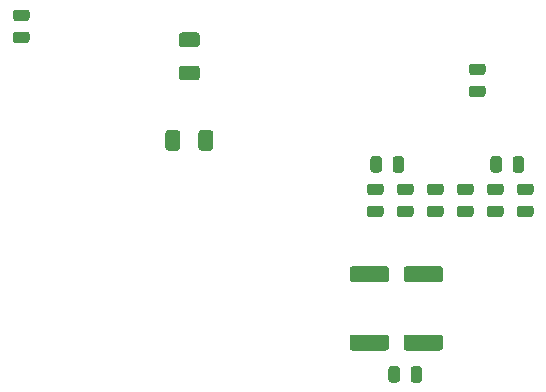
<source format=gbr>
%TF.GenerationSoftware,KiCad,Pcbnew,(5.1.6-0)*%
%TF.CreationDate,2023-03-27T21:53:34-07:00*%
%TF.ProjectId,LM3886-bal-no15v-th,4c4d3338-3836-42d6-9261-6c2d6e6f3135,rev?*%
%TF.SameCoordinates,Original*%
%TF.FileFunction,Paste,Top*%
%TF.FilePolarity,Positive*%
%FSLAX46Y46*%
G04 Gerber Fmt 4.6, Leading zero omitted, Abs format (unit mm)*
G04 Created by KiCad (PCBNEW (5.1.6-0)) date 2023-03-27 21:53:34*
%MOMM*%
%LPD*%
G01*
G04 APERTURE LIST*
G04 APERTURE END LIST*
%TO.C,R9*%
G36*
G01*
X123345001Y-84135000D02*
X120494999Y-84135000D01*
G75*
G02*
X120245000Y-83885001I0J249999D01*
G01*
X120245000Y-83034999D01*
G75*
G02*
X120494999Y-82785000I249999J0D01*
G01*
X123345001Y-82785000D01*
G75*
G02*
X123595000Y-83034999I0J-249999D01*
G01*
X123595000Y-83885001D01*
G75*
G02*
X123345001Y-84135000I-249999J0D01*
G01*
G37*
G36*
G01*
X123345001Y-89935000D02*
X120494999Y-89935000D01*
G75*
G02*
X120245000Y-89685001I0J249999D01*
G01*
X120245000Y-88834999D01*
G75*
G02*
X120494999Y-88585000I249999J0D01*
G01*
X123345001Y-88585000D01*
G75*
G02*
X123595000Y-88834999I0J-249999D01*
G01*
X123595000Y-89685001D01*
G75*
G02*
X123345001Y-89935000I-249999J0D01*
G01*
G37*
%TD*%
%TO.C,R8*%
G36*
G01*
X125066999Y-88585000D02*
X127917001Y-88585000D01*
G75*
G02*
X128167000Y-88834999I0J-249999D01*
G01*
X128167000Y-89685001D01*
G75*
G02*
X127917001Y-89935000I-249999J0D01*
G01*
X125066999Y-89935000D01*
G75*
G02*
X124817000Y-89685001I0J249999D01*
G01*
X124817000Y-88834999D01*
G75*
G02*
X125066999Y-88585000I249999J0D01*
G01*
G37*
G36*
G01*
X125066999Y-82785000D02*
X127917001Y-82785000D01*
G75*
G02*
X128167000Y-83034999I0J-249999D01*
G01*
X128167000Y-83885001D01*
G75*
G02*
X127917001Y-84135000I-249999J0D01*
G01*
X125066999Y-84135000D01*
G75*
G02*
X124817000Y-83885001I0J249999D01*
G01*
X124817000Y-83034999D01*
G75*
G02*
X125066999Y-82785000I249999J0D01*
G01*
G37*
%TD*%
%TO.C,C9*%
G36*
G01*
X107305000Y-64249000D02*
X106055000Y-64249000D01*
G75*
G02*
X105805000Y-63999000I0J250000D01*
G01*
X105805000Y-63249000D01*
G75*
G02*
X106055000Y-62999000I250000J0D01*
G01*
X107305000Y-62999000D01*
G75*
G02*
X107555000Y-63249000I0J-250000D01*
G01*
X107555000Y-63999000D01*
G75*
G02*
X107305000Y-64249000I-250000J0D01*
G01*
G37*
G36*
G01*
X107305000Y-67049000D02*
X106055000Y-67049000D01*
G75*
G02*
X105805000Y-66799000I0J250000D01*
G01*
X105805000Y-66049000D01*
G75*
G02*
X106055000Y-65799000I250000J0D01*
G01*
X107305000Y-65799000D01*
G75*
G02*
X107555000Y-66049000I0J-250000D01*
G01*
X107555000Y-66799000D01*
G75*
G02*
X107305000Y-67049000I-250000J0D01*
G01*
G37*
%TD*%
%TO.C,C8*%
G36*
G01*
X105905000Y-71511000D02*
X105905000Y-72761000D01*
G75*
G02*
X105655000Y-73011000I-250000J0D01*
G01*
X104905000Y-73011000D01*
G75*
G02*
X104655000Y-72761000I0J250000D01*
G01*
X104655000Y-71511000D01*
G75*
G02*
X104905000Y-71261000I250000J0D01*
G01*
X105655000Y-71261000D01*
G75*
G02*
X105905000Y-71511000I0J-250000D01*
G01*
G37*
G36*
G01*
X108705000Y-71511000D02*
X108705000Y-72761000D01*
G75*
G02*
X108455000Y-73011000I-250000J0D01*
G01*
X107705000Y-73011000D01*
G75*
G02*
X107455000Y-72761000I0J250000D01*
G01*
X107455000Y-71511000D01*
G75*
G02*
X107705000Y-71261000I250000J0D01*
G01*
X108455000Y-71261000D01*
G75*
G02*
X108705000Y-71511000I0J-250000D01*
G01*
G37*
%TD*%
%TO.C,R7*%
G36*
G01*
X92912250Y-62034000D02*
X91999750Y-62034000D01*
G75*
G02*
X91756000Y-61790250I0J243750D01*
G01*
X91756000Y-61302750D01*
G75*
G02*
X91999750Y-61059000I243750J0D01*
G01*
X92912250Y-61059000D01*
G75*
G02*
X93156000Y-61302750I0J-243750D01*
G01*
X93156000Y-61790250D01*
G75*
G02*
X92912250Y-62034000I-243750J0D01*
G01*
G37*
G36*
G01*
X92912250Y-63909000D02*
X91999750Y-63909000D01*
G75*
G02*
X91756000Y-63665250I0J243750D01*
G01*
X91756000Y-63177750D01*
G75*
G02*
X91999750Y-62934000I243750J0D01*
G01*
X92912250Y-62934000D01*
G75*
G02*
X93156000Y-63177750I0J-243750D01*
G01*
X93156000Y-63665250D01*
G75*
G02*
X92912250Y-63909000I-243750J0D01*
G01*
G37*
%TD*%
%TO.C,R6*%
G36*
G01*
X122884250Y-76766000D02*
X121971750Y-76766000D01*
G75*
G02*
X121728000Y-76522250I0J243750D01*
G01*
X121728000Y-76034750D01*
G75*
G02*
X121971750Y-75791000I243750J0D01*
G01*
X122884250Y-75791000D01*
G75*
G02*
X123128000Y-76034750I0J-243750D01*
G01*
X123128000Y-76522250D01*
G75*
G02*
X122884250Y-76766000I-243750J0D01*
G01*
G37*
G36*
G01*
X122884250Y-78641000D02*
X121971750Y-78641000D01*
G75*
G02*
X121728000Y-78397250I0J243750D01*
G01*
X121728000Y-77909750D01*
G75*
G02*
X121971750Y-77666000I243750J0D01*
G01*
X122884250Y-77666000D01*
G75*
G02*
X123128000Y-77909750I0J-243750D01*
G01*
X123128000Y-78397250D01*
G75*
G02*
X122884250Y-78641000I-243750J0D01*
G01*
G37*
%TD*%
%TO.C,R5*%
G36*
G01*
X125424250Y-76766000D02*
X124511750Y-76766000D01*
G75*
G02*
X124268000Y-76522250I0J243750D01*
G01*
X124268000Y-76034750D01*
G75*
G02*
X124511750Y-75791000I243750J0D01*
G01*
X125424250Y-75791000D01*
G75*
G02*
X125668000Y-76034750I0J-243750D01*
G01*
X125668000Y-76522250D01*
G75*
G02*
X125424250Y-76766000I-243750J0D01*
G01*
G37*
G36*
G01*
X125424250Y-78641000D02*
X124511750Y-78641000D01*
G75*
G02*
X124268000Y-78397250I0J243750D01*
G01*
X124268000Y-77909750D01*
G75*
G02*
X124511750Y-77666000I243750J0D01*
G01*
X125424250Y-77666000D01*
G75*
G02*
X125668000Y-77909750I0J-243750D01*
G01*
X125668000Y-78397250D01*
G75*
G02*
X125424250Y-78641000I-243750J0D01*
G01*
G37*
%TD*%
%TO.C,R4*%
G36*
G01*
X133044250Y-76766000D02*
X132131750Y-76766000D01*
G75*
G02*
X131888000Y-76522250I0J243750D01*
G01*
X131888000Y-76034750D01*
G75*
G02*
X132131750Y-75791000I243750J0D01*
G01*
X133044250Y-75791000D01*
G75*
G02*
X133288000Y-76034750I0J-243750D01*
G01*
X133288000Y-76522250D01*
G75*
G02*
X133044250Y-76766000I-243750J0D01*
G01*
G37*
G36*
G01*
X133044250Y-78641000D02*
X132131750Y-78641000D01*
G75*
G02*
X131888000Y-78397250I0J243750D01*
G01*
X131888000Y-77909750D01*
G75*
G02*
X132131750Y-77666000I243750J0D01*
G01*
X133044250Y-77666000D01*
G75*
G02*
X133288000Y-77909750I0J-243750D01*
G01*
X133288000Y-78397250D01*
G75*
G02*
X133044250Y-78641000I-243750J0D01*
G01*
G37*
%TD*%
%TO.C,R3*%
G36*
G01*
X135584250Y-76766000D02*
X134671750Y-76766000D01*
G75*
G02*
X134428000Y-76522250I0J243750D01*
G01*
X134428000Y-76034750D01*
G75*
G02*
X134671750Y-75791000I243750J0D01*
G01*
X135584250Y-75791000D01*
G75*
G02*
X135828000Y-76034750I0J-243750D01*
G01*
X135828000Y-76522250D01*
G75*
G02*
X135584250Y-76766000I-243750J0D01*
G01*
G37*
G36*
G01*
X135584250Y-78641000D02*
X134671750Y-78641000D01*
G75*
G02*
X134428000Y-78397250I0J243750D01*
G01*
X134428000Y-77909750D01*
G75*
G02*
X134671750Y-77666000I243750J0D01*
G01*
X135584250Y-77666000D01*
G75*
G02*
X135828000Y-77909750I0J-243750D01*
G01*
X135828000Y-78397250D01*
G75*
G02*
X135584250Y-78641000I-243750J0D01*
G01*
G37*
%TD*%
%TO.C,R2*%
G36*
G01*
X127051750Y-77666000D02*
X127964250Y-77666000D01*
G75*
G02*
X128208000Y-77909750I0J-243750D01*
G01*
X128208000Y-78397250D01*
G75*
G02*
X127964250Y-78641000I-243750J0D01*
G01*
X127051750Y-78641000D01*
G75*
G02*
X126808000Y-78397250I0J243750D01*
G01*
X126808000Y-77909750D01*
G75*
G02*
X127051750Y-77666000I243750J0D01*
G01*
G37*
G36*
G01*
X127051750Y-75791000D02*
X127964250Y-75791000D01*
G75*
G02*
X128208000Y-76034750I0J-243750D01*
G01*
X128208000Y-76522250D01*
G75*
G02*
X127964250Y-76766000I-243750J0D01*
G01*
X127051750Y-76766000D01*
G75*
G02*
X126808000Y-76522250I0J243750D01*
G01*
X126808000Y-76034750D01*
G75*
G02*
X127051750Y-75791000I243750J0D01*
G01*
G37*
%TD*%
%TO.C,R1*%
G36*
G01*
X129591750Y-77666000D02*
X130504250Y-77666000D01*
G75*
G02*
X130748000Y-77909750I0J-243750D01*
G01*
X130748000Y-78397250D01*
G75*
G02*
X130504250Y-78641000I-243750J0D01*
G01*
X129591750Y-78641000D01*
G75*
G02*
X129348000Y-78397250I0J243750D01*
G01*
X129348000Y-77909750D01*
G75*
G02*
X129591750Y-77666000I243750J0D01*
G01*
G37*
G36*
G01*
X129591750Y-75791000D02*
X130504250Y-75791000D01*
G75*
G02*
X130748000Y-76034750I0J-243750D01*
G01*
X130748000Y-76522250D01*
G75*
G02*
X130504250Y-76766000I-243750J0D01*
G01*
X129591750Y-76766000D01*
G75*
G02*
X129348000Y-76522250I0J243750D01*
G01*
X129348000Y-76034750D01*
G75*
G02*
X129591750Y-75791000I243750J0D01*
G01*
G37*
%TD*%
%TO.C,C11*%
G36*
G01*
X124518000Y-91491750D02*
X124518000Y-92404250D01*
G75*
G02*
X124274250Y-92648000I-243750J0D01*
G01*
X123786750Y-92648000D01*
G75*
G02*
X123543000Y-92404250I0J243750D01*
G01*
X123543000Y-91491750D01*
G75*
G02*
X123786750Y-91248000I243750J0D01*
G01*
X124274250Y-91248000D01*
G75*
G02*
X124518000Y-91491750I0J-243750D01*
G01*
G37*
G36*
G01*
X126393000Y-91491750D02*
X126393000Y-92404250D01*
G75*
G02*
X126149250Y-92648000I-243750J0D01*
G01*
X125661750Y-92648000D01*
G75*
G02*
X125418000Y-92404250I0J243750D01*
G01*
X125418000Y-91491750D01*
G75*
G02*
X125661750Y-91248000I243750J0D01*
G01*
X126149250Y-91248000D01*
G75*
G02*
X126393000Y-91491750I0J-243750D01*
G01*
G37*
%TD*%
%TO.C,C5*%
G36*
G01*
X123894000Y-74624250D02*
X123894000Y-73711750D01*
G75*
G02*
X124137750Y-73468000I243750J0D01*
G01*
X124625250Y-73468000D01*
G75*
G02*
X124869000Y-73711750I0J-243750D01*
G01*
X124869000Y-74624250D01*
G75*
G02*
X124625250Y-74868000I-243750J0D01*
G01*
X124137750Y-74868000D01*
G75*
G02*
X123894000Y-74624250I0J243750D01*
G01*
G37*
G36*
G01*
X122019000Y-74624250D02*
X122019000Y-73711750D01*
G75*
G02*
X122262750Y-73468000I243750J0D01*
G01*
X122750250Y-73468000D01*
G75*
G02*
X122994000Y-73711750I0J-243750D01*
G01*
X122994000Y-74624250D01*
G75*
G02*
X122750250Y-74868000I-243750J0D01*
G01*
X122262750Y-74868000D01*
G75*
G02*
X122019000Y-74624250I0J243750D01*
G01*
G37*
%TD*%
%TO.C,C4*%
G36*
G01*
X134054000Y-74624250D02*
X134054000Y-73711750D01*
G75*
G02*
X134297750Y-73468000I243750J0D01*
G01*
X134785250Y-73468000D01*
G75*
G02*
X135029000Y-73711750I0J-243750D01*
G01*
X135029000Y-74624250D01*
G75*
G02*
X134785250Y-74868000I-243750J0D01*
G01*
X134297750Y-74868000D01*
G75*
G02*
X134054000Y-74624250I0J243750D01*
G01*
G37*
G36*
G01*
X132179000Y-74624250D02*
X132179000Y-73711750D01*
G75*
G02*
X132422750Y-73468000I243750J0D01*
G01*
X132910250Y-73468000D01*
G75*
G02*
X133154000Y-73711750I0J-243750D01*
G01*
X133154000Y-74624250D01*
G75*
G02*
X132910250Y-74868000I-243750J0D01*
G01*
X132422750Y-74868000D01*
G75*
G02*
X132179000Y-74624250I0J243750D01*
G01*
G37*
%TD*%
%TO.C,C1*%
G36*
G01*
X131520250Y-66606000D02*
X130607750Y-66606000D01*
G75*
G02*
X130364000Y-66362250I0J243750D01*
G01*
X130364000Y-65874750D01*
G75*
G02*
X130607750Y-65631000I243750J0D01*
G01*
X131520250Y-65631000D01*
G75*
G02*
X131764000Y-65874750I0J-243750D01*
G01*
X131764000Y-66362250D01*
G75*
G02*
X131520250Y-66606000I-243750J0D01*
G01*
G37*
G36*
G01*
X131520250Y-68481000D02*
X130607750Y-68481000D01*
G75*
G02*
X130364000Y-68237250I0J243750D01*
G01*
X130364000Y-67749750D01*
G75*
G02*
X130607750Y-67506000I243750J0D01*
G01*
X131520250Y-67506000D01*
G75*
G02*
X131764000Y-67749750I0J-243750D01*
G01*
X131764000Y-68237250D01*
G75*
G02*
X131520250Y-68481000I-243750J0D01*
G01*
G37*
%TD*%
M02*

</source>
